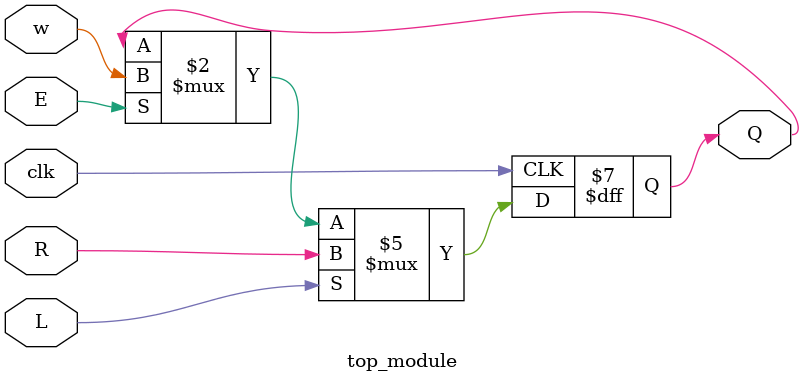
<source format=sv>
module top_module (
	input clk,
	input w,
	input R,
	input E,
	input L,
	output reg Q
);

always @(posedge clk) begin
	if (L) begin
		Q <= R;          // Load the value R into the flip-flop
	end else if (E) begin
		Q <= w;          // Shift the value w into the flip-flop
	end
end

endmodule

</source>
